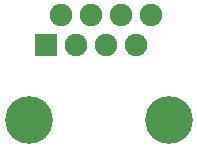
<source format=gts>
G04 #@! TF.FileFunction,Soldermask,Top*
%FSLAX46Y46*%
G04 Gerber Fmt 4.6, Leading zero omitted, Abs format (unit mm)*
G04 Created by KiCad (PCBNEW 4.0.7-e2-6376~58~ubuntu16.04.1) date Sat Jan 13 09:50:08 2018*
%MOMM*%
%LPD*%
G01*
G04 APERTURE LIST*
%ADD10C,0.100000*%
%ADD11C,4.050000*%
%ADD12R,1.900000X1.900000*%
%ADD13C,1.900000*%
G04 APERTURE END LIST*
D10*
D11*
X158881000Y-111354000D03*
X147011000Y-111354000D03*
D12*
X148501000Y-105004000D03*
D13*
X149771000Y-102464000D03*
X151041000Y-105004000D03*
X152311000Y-102464000D03*
X153581000Y-105004000D03*
X154851000Y-102464000D03*
X156121000Y-105004000D03*
X157391000Y-102464000D03*
M02*

</source>
